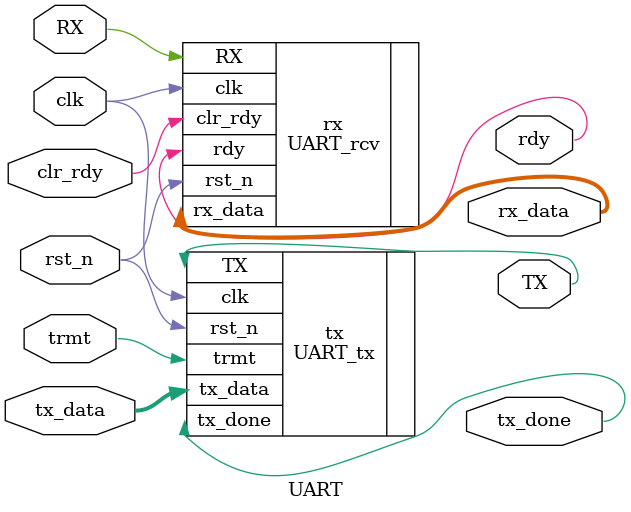
<source format=sv>
module UART(tx_done, rx_data, rdy, TX, clk, rst_n, RX, trmt, tx_data, clr_rdy);

input RX, clr_rdy, trmt;
input clk, rst_n;
input [7:0] tx_data;
output TX, tx_done, rdy;
output [7:0] rx_data;

UART_tx tx (.clk(clk), .rst_n(rst_n), .trmt(trmt), .TX(TX), .tx_done(tx_done), .tx_data(tx_data));
UART_rcv rx (.clk(clk), .rst_n(rst_n), .RX(RX), .clr_rdy(clr_rdy), .rx_data(rx_data), .rdy(rdy));

endmodule

</source>
